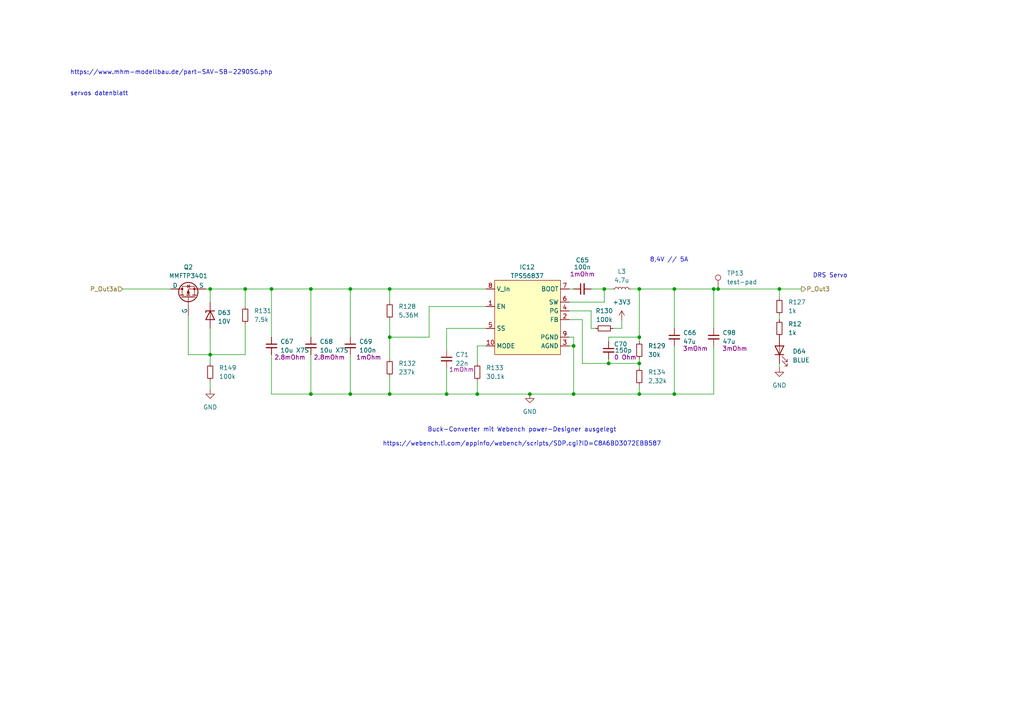
<source format=kicad_sch>
(kicad_sch (version 20231120) (generator "eeschema") (generator_version "8.0")
  (paper "A4")
  (title_block (title "PDU FT25") (date "2025-01-15") (rev "V1.2") (company "Janek Herm") (comment 1 "FaSTTUBe Electronics"))
  (lib_symbols
    (symbol "Connector:TestPoint" (pin_numbers hide) (pin_names (offset 0.762) hide)
      (property "Reference" "TP" (at 0 6.858 0))
      (property "Value" "TestPoint" (at 0 5.08 0))
      (symbol "TestPoint_0_1"
        (circle (center 0 3.302) (radius 0.762))
      )
      (symbol "TestPoint_1_1"
        (pin passive line (at 0 0 90) (length 2.54) (name "1") (number "1"))
      )
    )
    (symbol "Device:C_Small" (pin_numbers hide) (pin_names (offset 0.254) hide)
      (property "Reference" "C" (at 0.254 1.778 0))
      (property "Value" "C_Small" (at 0.254 -2.032 0))
      (symbol "C_Small_0_1"
        (polyline (pts (xy -1.524 -0.508) (xy 1.524 -0.508)) (stroke (width 0.3302)))
        (polyline (pts (xy -1.524 0.508) (xy 1.524 0.508)) (stroke (width 0.3048)))
      )
      (symbol "C_Small_1_1"
        (pin passive line (at 0 2.54 270) (length 2.032) (name "~") (number "1"))
        (pin passive line (at 0 -2.54 90) (length 2.032) (name "~") (number "2"))
      )
    )
    (symbol "Device:D_Zener" (pin_numbers hide) (pin_names (offset 1.016) hide)
      (property "Reference" "D" (at 0 2.54 0))
      (property "Value" "D_Zener" (at 0 -2.54 0))
      (symbol "D_Zener_0_1"
        (polyline (pts (xy 1.27 0) (xy -1.27 0)))
        (polyline (pts (xy -1.27 -1.27) (xy -1.27 1.27) (xy -0.762 1.27)) (stroke (width 0.254)))
        (polyline (pts (xy 1.27 -1.27) (xy 1.27 1.27) (xy -1.27 0) (xy 1.27 -1.27)) (stroke (width 0.254)))
      )
      (symbol "D_Zener_1_1"
        (pin passive line (at -3.81 0 0) (length 2.54) (name "K") (number "1"))
        (pin passive line (at 3.81 0 180) (length 2.54) (name "A") (number "2"))
      )
    )
    (symbol "Device:LED" (pin_numbers hide) (pin_names (offset 1.016) hide)
      (property "Reference" "D" (at 0 2.54 0))
      (property "Value" "LED" (at 0 -2.54 0))
      (symbol "LED_0_1"
        (polyline (pts (xy -1.27 -1.27) (xy -1.27 1.27)) (stroke (width 0.254)))
        (polyline (pts (xy -1.27 0) (xy 1.27 0)))
        (polyline (pts (xy 1.27 -1.27) (xy 1.27 1.27) (xy -1.27 0) (xy 1.27 -1.27)) (stroke (width 0.254)))
        (polyline (pts (xy -3.048 -0.762) (xy -4.572 -2.286) (xy -3.81 -2.286) (xy -4.572 -2.286) (xy -4.572 -1.524)))
        (polyline (pts (xy -1.778 -0.762) (xy -3.302 -2.286) (xy -2.54 -2.286) (xy -3.302 -2.286) (xy -3.302 -1.524)))
      )
      (symbol "LED_1_1"
        (pin passive line (at -3.81 0 0) (length 2.54) (name "K") (number "1"))
        (pin passive line (at 3.81 0 180) (length 2.54) (name "A") (number "2"))
      )
    )
    (symbol "Device:L_Small" (pin_numbers hide) (pin_names (offset 0.254) hide)
      (property "Reference" "L" (at 0.762 1.016 0))
      (property "Value" "L_Small" (at 0.762 -1.016 0))
      (symbol "L_Small_0_1"
        (arc (start 0 -2.032) (mid 0.5058 -1.524) (end 0 -1.016))
        (arc (start 0 -1.016) (mid 0.5058 -0.508) (end 0 0))
        (arc (start 0 0) (mid 0.5058 0.508) (end 0 1.016))
        (arc (start 0 1.016) (mid 0.5058 1.524) (end 0 2.032))
      )
      (symbol "L_Small_1_1"
        (pin passive line (at 0 2.54 270) (length 0.508) (name "~") (number "1"))
        (pin passive line (at 0 -2.54 90) (length 0.508) (name "~") (number "2"))
      )
    )
    (symbol "Device:R_Small" (pin_numbers hide) (pin_names (offset 0.254) hide)
      (property "Reference" "R" (at 0.762 0.508 0))
      (property "Value" "R_Small" (at 0.762 -1.016 0))
      (symbol "R_Small_0_1"
        (rectangle (start -0.762 1.778) (end 0.762 -1.778) (stroke (width 0.2032)))
      )
      (symbol "R_Small_1_1"
        (pin passive line (at 0 2.54 270) (length 0.762) (name "~") (number "1"))
        (pin passive line (at 0 -2.54 90) (length 0.762) (name "~") (number "2"))
      )
    )
    (symbol "FaSTTUBe_Voltage_Regulators:TPS56837"
      (property "Reference" "IC" (at -3.556 10.922 0))
      (property "Value" "TPS56837" (at -3.302 8.636 0))
      (symbol "TPS56837_1_1"
        (rectangle (start -12.7 7.62) (end 6.35 -13.97) (fill (type background)))
        (pin input line (at -15.24 0 0) (length 2.54) (name "EN") (number "1"))
        (pin input line (at -15.24 -11.43 0) (length 2.54) (name "MODE") (number "10"))
        (pin input line (at 8.89 -3.81 180) (length 2.54) (name "FB") (number "2"))
        (pin input line (at 8.89 -11.43 180) (length 2.54) (name "AGND") (number "3"))
        (pin input line (at 8.89 -1.27 180) (length 2.54) (name "PG") (number "4"))
        (pin input line (at -15.24 -6.35 0) (length 2.54) (name "SS") (number "5"))
        (pin input line (at 8.89 1.27 180) (length 2.54) (name "SW") (number "6"))
        (pin input line (at 8.89 5.08 180) (length 2.54) (name "BOOT") (number "7"))
        (pin input line (at -15.24 5.08 0) (length 2.54) (name "V_In") (number "8"))
        (pin input line (at 8.89 -8.89 180) (length 2.54) (name "PGND") (number "9"))
      )
    )
    (symbol "Simulation_SPICE:PMOS" (pin_numbers hide) (pin_names (offset 0))
      (property "Reference" "Q" (at 5.08 1.27 0))
      (property "Value" "PMOS" (at 5.08 -1.27 0))
      (symbol "PMOS_0_1"
        (polyline (pts (xy 0.254 0) (xy -2.54 0)))
        (polyline (pts (xy 0.254 1.905) (xy 0.254 -1.905)) (stroke (width 0.254)))
        (polyline (pts (xy 0.762 -1.27) (xy 0.762 -2.286)) (stroke (width 0.254)))
        (polyline (pts (xy 0.762 0.508) (xy 0.762 -0.508)) (stroke (width 0.254)))
        (polyline (pts (xy 0.762 2.286) (xy 0.762 1.27)) (stroke (width 0.254)))
        (polyline (pts (xy 2.54 2.54) (xy 2.54 1.778)))
        (polyline (pts (xy 2.54 -2.54) (xy 2.54 0) (xy 0.762 0)))
        (polyline (pts (xy 0.762 1.778) (xy 3.302 1.778) (xy 3.302 -1.778) (xy 0.762 -1.778)))
        (polyline (pts (xy 2.286 0) (xy 1.27 0.381) (xy 1.27 -0.381) (xy 2.286 0)) (fill (type outline)))
        (polyline (pts (xy 2.794 -0.508) (xy 2.921 -0.381) (xy 3.683 -0.381) (xy 3.81 -0.254)))
        (polyline (pts (xy 3.302 -0.381) (xy 2.921 0.254) (xy 3.683 0.254) (xy 3.302 -0.381)))
        (circle (center 1.651 0) (radius 2.794) (stroke (width 0.254)))
        (circle (center 2.54 -1.778) (radius 0.254) (fill (type outline)))
        (circle (center 2.54 1.778) (radius 0.254) (fill (type outline)))
      )
      (symbol "PMOS_1_1"
        (pin passive line (at 2.54 5.08 270) (length 2.54) (name "D") (number "1"))
        (pin input line (at -5.08 0 0) (length 2.54) (name "G") (number "2"))
        (pin passive line (at 2.54 -5.08 90) (length 2.54) (name "S") (number "3"))
      )
    )
    (symbol "power:+3.3V" (power) (pin_numbers hide) (pin_names (offset 0) hide)
      (property "Value" "+3.3V" (at 0 3.556 0))
      (symbol "+3.3V_0_1"
        (polyline (pts (xy -0.762 1.27) (xy 0 2.54)))
        (polyline (pts (xy 0 0) (xy 0 2.54)))
        (polyline (pts (xy 0 2.54) (xy 0.762 1.27)))
      )
      (symbol "+3.3V_1_1"
        (pin power_in line (at 0 0 90) (length 0) (name "~") (number "1"))
      )
    )
    (symbol "power:GND" (power) (pin_numbers hide) (pin_names (offset 0) hide)
      (property "Value" "GND" (at 0 -3.81 0))
      (symbol "GND_0_1"
        (polyline (pts (xy 0 0) (xy 0 -1.27) (xy 1.27 -1.27) (xy 0 -2.54) (xy -1.27 -1.27) (xy 0 -1.27)))
      )
      (symbol "GND_1_1"
        (pin power_in line (at 0 0 270) (length 0) (name "~") (number "1"))
      )
    )
  )
  (junction (at 113.03 114.3))
  (junction (at 226.06 83.82))
  (junction (at 195.58 83.82))
  (junction (at 185.42 105.41))
  (junction (at 113.03 83.82))
  (junction (at 185.42 83.82))
  (junction (at 101.6 114.3))
  (junction (at 129.54 114.3))
  (junction (at 208.28 83.82))
  (junction (at 185.42 114.3))
  (junction (at 176.53 105.41))
  (junction (at 101.6 83.82))
  (junction (at 60.96 102.87))
  (junction (at 207.01 83.82))
  (junction (at 185.42 97.79))
  (junction (at 90.17 83.82))
  (junction (at 153.67 114.3))
  (junction (at 78.74 83.82))
  (junction (at 138.43 114.3))
  (junction (at 195.58 114.3))
  (junction (at 175.26 83.82))
  (junction (at 166.37 114.3))
  (junction (at 71.12 83.82))
  (junction (at 113.03 97.79))
  (junction (at 166.37 100.33))
  (junction (at 90.17 114.3))
  (junction (at 60.96 83.82))
  (wire (pts (xy 71.12 83.82) (xy 78.74 83.82)))
  (wire (pts (xy 124.46 88.9) (xy 124.46 97.79)))
  (wire (pts (xy 113.03 109.22) (xy 113.03 114.3)))
  (wire (pts (xy 165.1 92.71) (xy 168.91 92.71)))
  (wire (pts (xy 166.37 100.33) (xy 166.37 114.3)))
  (wire (pts (xy 226.06 83.82) (xy 226.06 86.36)))
  (wire (pts (xy 176.53 105.41) (xy 185.42 105.41)))
  (wire (pts (xy 60.96 110.49) (xy 60.96 113.03)))
  (wire (pts (xy 226.06 105.41) (xy 226.06 106.68)))
  (wire (pts (xy 180.34 95.25) (xy 180.34 92.71)))
  (wire (pts (xy 226.06 91.44) (xy 226.06 92.71)))
  (wire (pts (xy 60.96 83.82) (xy 71.12 83.82)))
  (wire (pts (xy 101.6 102.87) (xy 101.6 114.3)))
  (wire (pts (xy 35.56 83.82) (xy 49.53 83.82)))
  (wire (pts (xy 90.17 102.87) (xy 90.17 114.3)))
  (wire (pts (xy 90.17 83.82) (xy 90.17 97.79)))
  (wire (pts (xy 185.42 111.76) (xy 185.42 114.3)))
  (wire (pts (xy 71.12 102.87) (xy 60.96 102.87)))
  (wire (pts (xy 185.42 99.06) (xy 185.42 97.79)))
  (wire (pts (xy 60.96 102.87) (xy 60.96 105.41)))
  (wire (pts (xy 140.97 88.9) (xy 124.46 88.9)))
  (wire (pts (xy 177.8 83.82) (xy 175.26 83.82)))
  (wire (pts (xy 171.45 90.17) (xy 171.45 95.25)))
  (wire (pts (xy 129.54 106.68) (xy 129.54 114.3)))
  (wire (pts (xy 101.6 83.82) (xy 101.6 97.79)))
  (wire (pts (xy 71.12 83.82) (xy 71.12 88.9)))
  (wire (pts (xy 175.26 87.63) (xy 175.26 83.82)))
  (wire (pts (xy 208.28 83.82) (xy 226.06 83.82)))
  (wire (pts (xy 185.42 83.82) (xy 185.42 97.79)))
  (wire (pts (xy 166.37 114.3) (xy 185.42 114.3)))
  (wire (pts (xy 166.37 97.79) (xy 166.37 100.33)))
  (wire (pts (xy 165.1 87.63) (xy 175.26 87.63)))
  (wire (pts (xy 59.69 83.82) (xy 60.96 83.82)))
  (wire (pts (xy 138.43 110.49) (xy 138.43 114.3)))
  (wire (pts (xy 124.46 97.79) (xy 113.03 97.79)))
  (wire (pts (xy 185.42 114.3) (xy 195.58 114.3)))
  (wire (pts (xy 226.06 83.82) (xy 232.41 83.82)))
  (wire (pts (xy 185.42 83.82) (xy 195.58 83.82)))
  (wire (pts (xy 54.61 91.44) (xy 54.61 102.87)))
  (wire (pts (xy 195.58 100.33) (xy 195.58 114.3)))
  (wire (pts (xy 113.03 114.3) (xy 129.54 114.3)))
  (wire (pts (xy 138.43 114.3) (xy 153.67 114.3)))
  (wire (pts (xy 185.42 104.14) (xy 185.42 105.41)))
  (wire (pts (xy 113.03 92.71) (xy 113.03 97.79)))
  (wire (pts (xy 165.1 83.82) (xy 166.37 83.82)))
  (wire (pts (xy 195.58 83.82) (xy 195.58 95.25)))
  (wire (pts (xy 54.61 102.87) (xy 60.96 102.87)))
  (wire (pts (xy 176.53 105.41) (xy 176.53 104.14)))
  (wire (pts (xy 195.58 114.3) (xy 207.01 114.3)))
  (wire (pts (xy 78.74 102.87) (xy 78.74 114.3)))
  (wire (pts (xy 78.74 114.3) (xy 90.17 114.3)))
  (wire (pts (xy 165.1 90.17) (xy 171.45 90.17)))
  (wire (pts (xy 165.1 97.79) (xy 166.37 97.79)))
  (wire (pts (xy 171.45 95.25) (xy 172.72 95.25)))
  (wire (pts (xy 165.1 100.33) (xy 166.37 100.33)))
  (wire (pts (xy 140.97 100.33) (xy 138.43 100.33)))
  (wire (pts (xy 138.43 100.33) (xy 138.43 105.41)))
  (wire (pts (xy 90.17 83.82) (xy 101.6 83.82)))
  (wire (pts (xy 185.42 105.41) (xy 185.42 106.68)))
  (wire (pts (xy 168.91 92.71) (xy 168.91 105.41)))
  (wire (pts (xy 71.12 93.98) (xy 71.12 102.87)))
  (wire (pts (xy 60.96 95.25) (xy 60.96 102.87)))
  (wire (pts (xy 129.54 114.3) (xy 138.43 114.3)))
  (wire (pts (xy 60.96 83.82) (xy 60.96 87.63)))
  (wire (pts (xy 113.03 83.82) (xy 113.03 87.63)))
  (wire (pts (xy 182.88 83.82) (xy 185.42 83.82)))
  (wire (pts (xy 171.45 83.82) (xy 175.26 83.82)))
  (wire (pts (xy 177.8 95.25) (xy 180.34 95.25)))
  (wire (pts (xy 140.97 95.25) (xy 129.54 95.25)))
  (wire (pts (xy 101.6 83.82) (xy 113.03 83.82)))
  (wire (pts (xy 78.74 83.82) (xy 90.17 83.82)))
  (wire (pts (xy 78.74 83.82) (xy 78.74 97.79)))
  (wire (pts (xy 113.03 97.79) (xy 113.03 104.14)))
  (wire (pts (xy 207.01 100.33) (xy 207.01 114.3)))
  (wire (pts (xy 129.54 95.25) (xy 129.54 101.6)))
  (wire (pts (xy 168.91 105.41) (xy 176.53 105.41)))
  (wire (pts (xy 176.53 97.79) (xy 176.53 99.06)))
  (wire (pts (xy 101.6 114.3) (xy 113.03 114.3)))
  (wire (pts (xy 195.58 83.82) (xy 207.01 83.82)))
  (wire (pts (xy 153.67 114.3) (xy 166.37 114.3)))
  (wire (pts (xy 113.03 83.82) (xy 140.97 83.82)))
  (wire (pts (xy 207.01 83.82) (xy 208.28 83.82)))
  (wire (pts (xy 207.01 83.82) (xy 207.01 95.25)))
  (wire (pts (xy 90.17 114.3) (xy 101.6 114.3)))
  (wire (pts (xy 176.53 97.79) (xy 185.42 97.79)))
  (text "DRS Servo" (at 240.792 80.01 0) (effects (font (size 1.27 1.27))))
  (text "8,4V // 5A" (at 194.056 75.438 0) (effects (font (size 1.27 1.27))))
  (text "https://www.mhm-modellbau.de/part-SAV-SB-2290SG.php\n\n\nservos datenblatt" (at 20.32 27.94 0) (effects (font (size 1.27 1.27)) (justify left bottom)))
  (text "Buck-Converter mit Webench power-Designer ausgelegt\n\nhttps://webench.ti.com/appinfo/webench/scripts/SDP.cgi?ID=C8A6BD3072EBB587" (at 151.384 126.746 0) (effects (font (size 1.27 1.27))))
  (hierarchical_label "P_Out3" (shape output) (at 232.41 83.82 0))
  (hierarchical_label "P_Out3a" (shape input) (at 35.56 83.82 180))
  (symbol (lib_id "Device:R_Small") (at 185.42 109.22 0) (unit 1)
    (property "Reference" "R134" (at 187.96 107.9499 0) (effects (justify left)))
    (property "Value" "2,32k" (at 187.96 110.4899 0) (effects (justify left)))
    (property "Footprint" "Resistor_SMD:R_0603_1608Metric" (effects (hide yes)))
    (property "Description" "Resistor, small symbol" (effects (hide yes)))
  )
  (symbol (lib_id "Connector:TestPoint") (at 208.28 83.82 0) (unit 1)
    (property "Reference" "TP13" (at 210.82 79.2479 0) (effects (justify left)))
    (property "Value" "test-pad" (at 210.82 81.7879 0) (effects (justify left)))
    (property "Footprint" "5025:5025" (effects (hide yes)))
    (property "Description" "test point" (effects (hide yes)))
  )
  (symbol (lib_id "Device:D_Zener") (at 60.96 91.44 90) (mirror x) (unit 1)
    (property "Reference" "D63" (at 65.024 90.678 90))
    (property "Value" "10V" (at 65.024 93.218 90))
    (property "Footprint" "3SMAJ5934B-TP:DIOM5226X244N" (effects (hide yes)))
    (property "Datasheet" "https://www.mouser.de/datasheet/2/258/3SMAJ5918B_3SMAJ5956B_SMA_-3423242.pdf" (effects (hide yes)))
    (property "Description" "Zener diode" (effects (hide yes)))
    (property "MPR" "3SMAJ5925B" (effects (hide yes)))
  )
  (symbol (lib_id "Device:R_Small") (at 60.96 107.95 0) (unit 1)
    (property "Reference" "R149" (at 63.5 106.6799 0) (effects (justify left)))
    (property "Value" "100k" (at 63.5 109.2199 0) (effects (justify left)))
    (property "Footprint" "Resistor_SMD:R_0603_1608Metric" (effects (hide yes)))
    (property "Description" "Resistor, small symbol" (effects (hide yes)))
  )
  (symbol (lib_id "Device:C_Small") (at 78.74 100.33 0) (unit 1)
    (property "Reference" "C67" (at 81.28 99.0662 0) (effects (justify left)))
    (property "Value" "10u X7S" (at 81.28 101.6062 0) (effects (justify left)))
    (property "Footprint" "Capacitor_SMD:C_1210_3225Metric" (effects (hide yes)))
    (property "Description" "Unpolarized capacitor, small symbol" (effects (hide yes)))
    (property "Resistance" "2.8mOhm" (at 84.074 103.632 0))
  )
  (symbol (lib_id "Device:LED") (at 226.06 101.6 90) (unit 1)
    (property "Reference" "D64" (at 229.87 101.9174 90) (effects (justify right)))
    (property "Value" "BLUE" (at 229.87 104.4574 90) (effects (justify right)))
    (property "Footprint" "LED_SMD:LED_0603_1608Metric" (effects (hide yes)))
    (property "Datasheet" "https://www.we-online.com/components/products/datasheet/150060BS75000.pdf" (effects (hide yes)))
    (property "Description" "Light emitting diode" (effects (hide yes)))
    (property "MPR" "150060BS75000" (effects (hide yes)))
  )
  (symbol (lib_id "Device:C_Small") (at 129.54 104.14 0) (unit 1)
    (property "Reference" "C71" (at 132.08 102.8762 0) (effects (justify left)))
    (property "Value" "22n" (at 132.08 105.4162 0) (effects (justify left)))
    (property "Footprint" "Capacitor_SMD:C_0603_1608Metric" (effects (hide yes)))
    (property "Description" "Unpolarized capacitor, small symbol" (effects (hide yes)))
    (property "Resistance" "1mOhm" (at 133.858 107.188 0))
  )
  (symbol (lib_id "Simulation_SPICE:PMOS") (at 54.61 86.36 90) (unit 1)
    (property "Reference" "Q2" (at 54.61 77.47 90))
    (property "Value" "MMFTP3401" (at 54.61 80.01 90))
    (property "Footprint" "Package_TO_SOT_SMD:SOT-23" (effects (hide yes)))
    (property "Datasheet" "https://diotec.com/request/datasheet/mmftp3401.pdf" (effects (hide yes)))
    (property "Description" "P-MOSFET transistor, drain/source/gate" (effects (hide yes)))
    (property "Sim.Device" "PMOS" (effects (hide yes)))
    (property "Sim.Type" "VDMOS" (effects (hide yes)))
    (property "Sim.Pins" "1=D 2=G 3=S" (effects (hide yes)))
  )
  (symbol (lib_id "Device:C_Small") (at 101.6 100.33 0) (unit 1)
    (property "Reference" "C69" (at 104.14 99.0662 0) (effects (justify left)))
    (property "Value" "100n" (at 104.14 101.6062 0) (effects (justify left)))
    (property "Footprint" "Capacitor_SMD:C_0805_2012Metric" (effects (hide yes)))
    (property "Description" "Unpolarized capacitor, small symbol" (effects (hide yes)))
    (property "Resistance" "1mOhm" (at 106.934 103.632 0))
  )
  (symbol (lib_id "power:GND") (at 60.96 113.03 0) (unit 1)
    (property "Reference" "#PWR0190" (effects (hide yes)))
    (property "Value" "GND" (at 60.96 118.11 0))
    (property "Description" "Power symbol creates a global label with name \"GND\" , ground" (effects (hide yes)))
  )
  (symbol (lib_id "Device:R_Small") (at 226.06 95.25 0) (unit 1)
    (property "Reference" "R12" (at 228.6 93.9799 0) (effects (justify left)))
    (property "Value" "1k" (at 228.6 96.5199 0) (effects (justify left)))
    (property "Footprint" "Resistor_SMD:R_0603_1608Metric" (effects (hide yes)))
    (property "Description" "Resistor, small symbol" (effects (hide yes)))
  )
  (symbol (lib_id "FaSTTUBe_Voltage_Regulators:TPS56837") (at 156.21 88.9 0) (unit 1)
    (property "Reference" "IC12" (at 152.908 77.47 0))
    (property "Value" "TPS56837" (at 152.908 80.01 0))
    (property "Footprint" "TPS56837:TPS56837" (effects (hide yes)))
    (property "Datasheet" "https://www.ti.com/lit/ds/symlink/tps56837.pdf?ts=1731338435977" (effects (hide yes)))
  )
  (symbol (lib_id "Device:C_Small") (at 207.01 97.79 0) (unit 1)
    (property "Reference" "C98" (at 209.55 96.5262 0) (effects (justify left)))
    (property "Value" "47u" (at 209.55 99.0662 0) (effects (justify left)))
    (property "Footprint" "Capacitor_SMD:C_1206_3216Metric" (effects (hide yes)))
    (property "Description" "Unpolarized capacitor, small symbol" (effects (hide yes)))
    (property "Resistance" "3mOhm" (at 213.106 101.092 0))
  )
  (symbol (lib_id "Device:R_Small") (at 138.43 107.95 0) (unit 1)
    (property "Reference" "R133" (at 140.97 106.6799 0) (effects (justify left)))
    (property "Value" "30.1k" (at 140.97 109.2199 0) (effects (justify left)))
    (property "Footprint" "Resistor_SMD:R_0603_1608Metric" (effects (hide yes)))
    (property "Description" "Resistor, small symbol" (effects (hide yes)))
  )
  (symbol (lib_id "power:GND") (at 153.67 114.3 0) (unit 1)
    (property "Reference" "#PWR0191" (effects (hide yes)))
    (property "Value" "GND" (at 153.67 119.38 0))
    (property "Description" "Power symbol creates a global label with name \"GND\" , ground" (effects (hide yes)))
  )
  (symbol (lib_id "Device:R_Small") (at 71.12 91.44 0) (unit 1)
    (property "Reference" "R131" (at 73.66 90.1699 0) (effects (justify left)))
    (property "Value" "7.5k" (at 73.66 92.7099 0) (effects (justify left)))
    (property "Footprint" "Resistor_SMD:R_0603_1608Metric" (effects (hide yes)))
    (property "Description" "Resistor, small symbol" (effects (hide yes)))
  )
  (symbol (lib_id "Device:C_Small") (at 195.58 97.79 0) (unit 1)
    (property "Reference" "C66" (at 198.12 96.5262 0) (effects (justify left)))
    (property "Value" "47u" (at 198.12 99.0662 0) (effects (justify left)))
    (property "Footprint" "Capacitor_SMD:C_1206_3216Metric" (effects (hide yes)))
    (property "Description" "Unpolarized capacitor, small symbol" (effects (hide yes)))
    (property "Resistance" "3mOhm" (at 201.676 101.092 0))
  )
  (symbol (lib_id "Device:R_Small") (at 226.06 88.9 0) (unit 1)
    (property "Reference" "R127" (at 228.6 87.6299 0) (effects (justify left)))
    (property "Value" "1k" (at 228.6 90.1699 0) (effects (justify left)))
    (property "Footprint" "Resistor_SMD:R_0603_1608Metric" (effects (hide yes)))
    (property "Description" "Resistor, small symbol" (effects (hide yes)))
  )
  (symbol (lib_id "Device:R_Small") (at 113.03 106.68 0) (unit 1)
    (property "Reference" "R132" (at 115.57 105.4099 0) (effects (justify left)))
    (property "Value" "237k" (at 115.57 107.9499 0) (effects (justify left)))
    (property "Footprint" "Resistor_SMD:R_0603_1608Metric" (effects (hide yes)))
    (property "Description" "Resistor, small symbol" (effects (hide yes)))
  )
  (symbol (lib_id "Device:C_Small") (at 176.53 101.6 0) (unit 1)
    (property "Reference" "C70" (at 178.054 99.8282 0) (effects (justify left)))
    (property "Value" "150p" (at 178.308 101.6062 0) (effects (justify left)))
    (property "Footprint" "Capacitor_SMD:C_0603_1608Metric" (effects (hide yes)))
    (property "Description" "Unpolarized capacitor, small symbol" (effects (hide yes)))
    (property "Resistance" "0 Ohm" (at 181.356 103.632 0))
  )
  (symbol (lib_id "Device:L_Small") (at 180.34 83.82 90) (unit 1)
    (property "Reference" "L3" (at 180.34 78.74 90))
    (property "Value" "4.7u" (at 180.34 81.28 90))
    (property "Footprint" "7443330470:WE-HCC_109021" (effects (hide yes)))
    (property "Datasheet" "https://www.we-online.com/components/products/datasheet/7443330470.pdf" (effects (hide yes)))
    (property "Description" "Inductor, small symbol" (effects (hide yes)))
  )
  (symbol (lib_id "Device:C_Small") (at 90.17 100.33 0) (unit 1)
    (property "Reference" "C68" (at 92.71 99.0662 0) (effects (justify left)))
    (property "Value" "10u X7S" (at 92.71 101.6062 0) (effects (justify left)))
    (property "Footprint" "Capacitor_SMD:C_1210_3225Metric" (effects (hide yes)))
    (property "Description" "Unpolarized capacitor, small symbol" (effects (hide yes)))
    (property "Resistance" "2.8mOhm" (at 95.504 103.632 0))
  )
  (symbol (lib_id "Device:R_Small") (at 185.42 101.6 0) (unit 1)
    (property "Reference" "R129" (at 187.96 100.3299 0) (effects (justify left)))
    (property "Value" "30k" (at 187.96 102.8699 0) (effects (justify left)))
    (property "Footprint" "Resistor_SMD:R_0603_1608Metric" (effects (hide yes)))
    (property "Description" "Resistor, small symbol" (effects (hide yes)))
  )
  (symbol (lib_id "power:GND") (at 226.06 106.68 0) (unit 1)
    (property "Reference" "#PWR0189" (effects (hide yes)))
    (property "Value" "GND" (at 226.06 111.76 0))
    (property "Description" "Power symbol creates a global label with name \"GND\" , ground" (effects (hide yes)))
  )
  (symbol (lib_id "Device:C_Small") (at 168.91 83.82 90) (unit 1)
    (property "Reference" "C65" (at 168.9163 75.438 90))
    (property "Value" "100n" (at 168.9163 77.47 90))
    (property "Footprint" "Capacitor_SMD:C_0603_1608Metric" (effects (hide yes)))
    (property "Description" "Unpolarized capacitor, small symbol" (effects (hide yes)))
    (property "Resistance" "1mOhm" (at 168.91 79.502 90))
  )
  (symbol (lib_id "power:+3.3V") (at 180.34 92.71 0) (unit 1)
    (property "Reference" "#PWR0188" (effects (hide yes)))
    (property "Value" "+3V3" (at 180.34 87.63 0))
    (property "Description" "Power symbol creates a global label with name \"+3.3V\"" (effects (hide yes)))
  )
  (symbol (lib_id "Device:R_Small") (at 113.03 90.17 0) (unit 1)
    (property "Reference" "R128" (at 115.57 88.8999 0) (effects (justify left)))
    (property "Value" "5.36M" (at 115.57 91.4399 0) (effects (justify left)))
    (property "Footprint" "Resistor_SMD:R_0603_1608Metric" (effects (hide yes)))
    (property "Description" "Resistor, small symbol" (effects (hide yes)))
  )
  (symbol (lib_id "Device:R_Small") (at 175.26 95.25 90) (unit 1)
    (property "Reference" "R130" (at 175.26 90.17 90))
    (property "Value" "100k" (at 175.26 92.71 90))
    (property "Footprint" "Resistor_SMD:R_0603_1608Metric" (effects (hide yes)))
    (property "Description" "Resistor, small symbol" (effects (hide yes)))
  )
)
</source>
